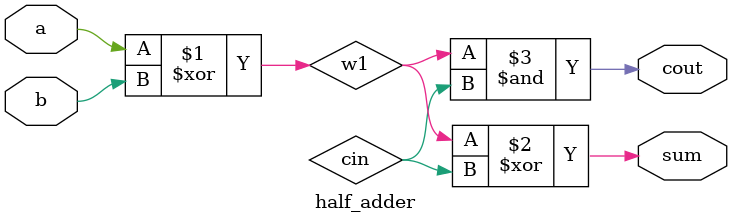
<source format=v>
module half_adder( 
input a, b,
output cout, sum );

/* write your code here */
wire w1;
wire w2;
xor(w1, a, b);
xor(sum, w1, cin);
and(cout, w1, cin);
endmodule

</source>
